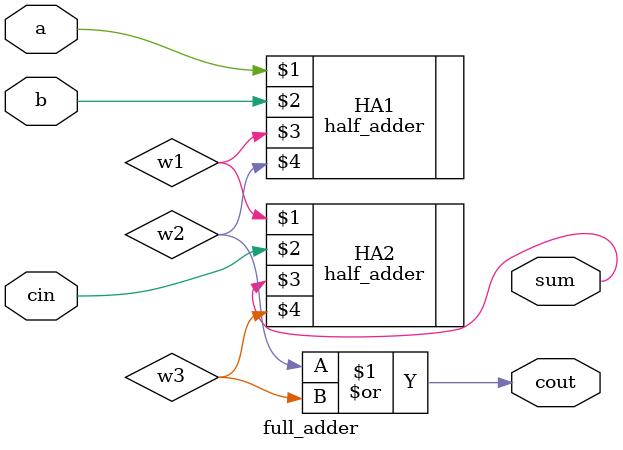
<source format=v>
module full_adder (
    input a,
    input b,
    input cin,
    output sum,
    output cout
);
 
wire w1, w2, w3;
 
half_adder HA1(a, b, w1, w2);
half_adder HA2(w1, cin, sum, w3);
 
assign cout = w2 | w3;
 
endmodule
</source>
